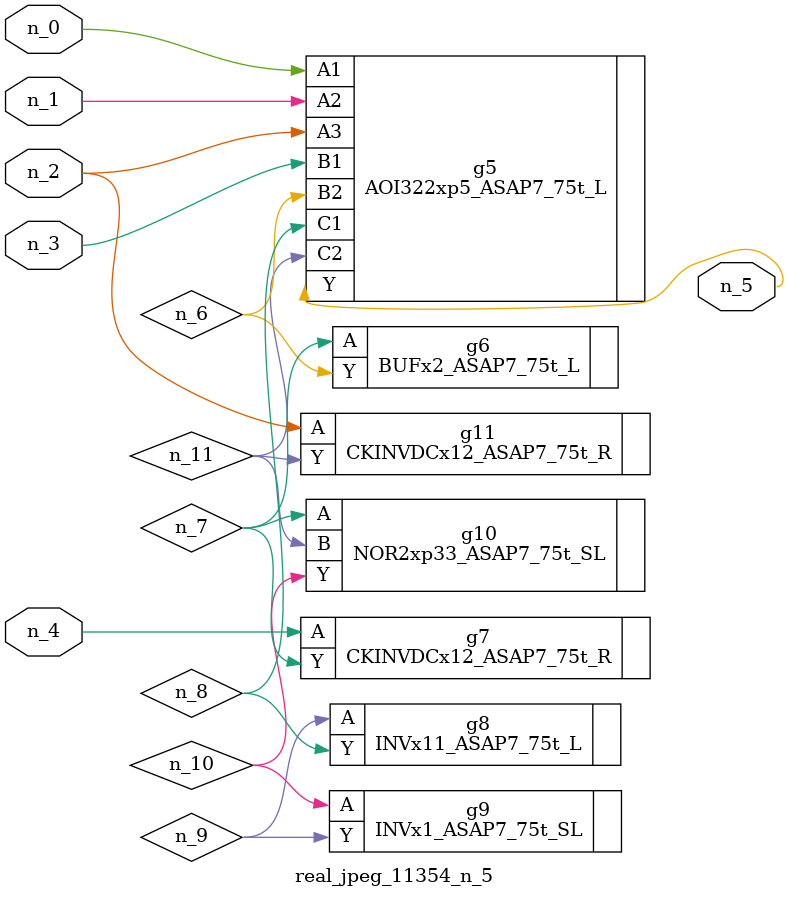
<source format=v>
module real_jpeg_11354_n_5 (n_4, n_0, n_1, n_2, n_3, n_5);

input n_4;
input n_0;
input n_1;
input n_2;
input n_3;

output n_5;

wire n_8;
wire n_11;
wire n_6;
wire n_7;
wire n_10;
wire n_9;

AOI322xp5_ASAP7_75t_L g5 ( 
.A1(n_0),
.A2(n_1),
.A3(n_2),
.B1(n_3),
.B2(n_6),
.C1(n_8),
.C2(n_11),
.Y(n_5)
);

CKINVDCx12_ASAP7_75t_R g11 ( 
.A(n_2),
.Y(n_11)
);

CKINVDCx12_ASAP7_75t_R g7 ( 
.A(n_4),
.Y(n_7)
);

BUFx2_ASAP7_75t_L g6 ( 
.A(n_7),
.Y(n_6)
);

NOR2xp33_ASAP7_75t_SL g10 ( 
.A(n_7),
.B(n_11),
.Y(n_10)
);

INVx11_ASAP7_75t_L g8 ( 
.A(n_9),
.Y(n_8)
);

INVx1_ASAP7_75t_SL g9 ( 
.A(n_10),
.Y(n_9)
);


endmodule
</source>
